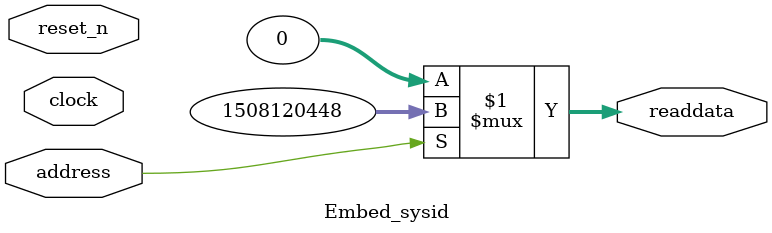
<source format=v>



// synthesis translate_off
`timescale 1ns / 1ps
// synthesis translate_on

// turn off superfluous verilog processor warnings 
// altera message_level Level1 
// altera message_off 10034 10035 10036 10037 10230 10240 10030 

module Embed_sysid (
               // inputs:
                address,
                clock,
                reset_n,

               // outputs:
                readdata
             )
;

  output  [ 31: 0] readdata;
  input            address;
  input            clock;
  input            reset_n;

  wire    [ 31: 0] readdata;
  //control_slave, which is an e_avalon_slave
  assign readdata = address ? 1508120448 : 0;

endmodule



</source>
